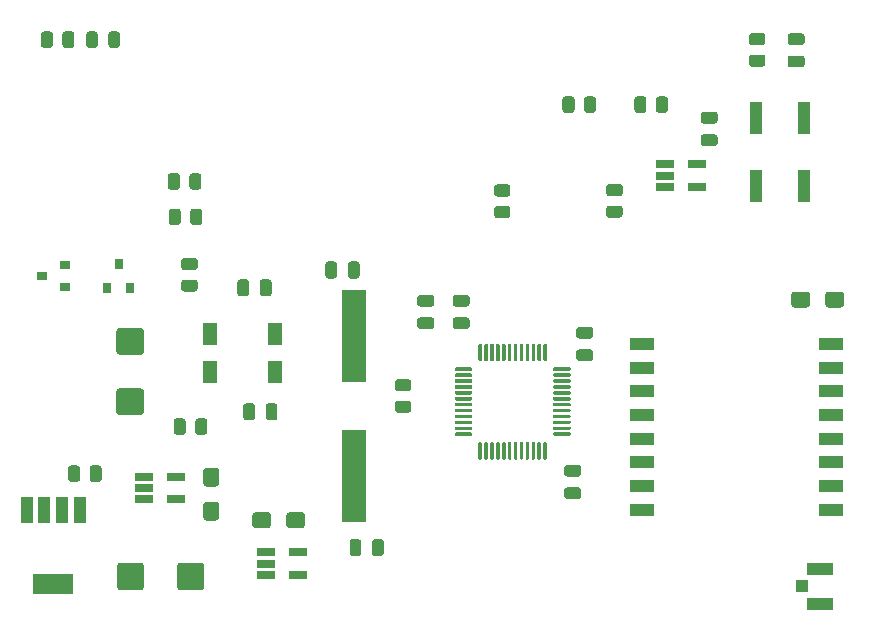
<source format=gbr>
%TF.GenerationSoftware,KiCad,Pcbnew,5.1.12-84ad8e8a86~92~ubuntu20.04.1*%
%TF.CreationDate,2022-08-01T12:29:38-07:00*%
%TF.ProjectId,LoRaXcvr_R2,4c6f5261-5863-4767-925f-52322e6b6963,rev?*%
%TF.SameCoordinates,Original*%
%TF.FileFunction,Paste,Top*%
%TF.FilePolarity,Positive*%
%FSLAX46Y46*%
G04 Gerber Fmt 4.6, Leading zero omitted, Abs format (unit mm)*
G04 Created by KiCad (PCBNEW 5.1.12-84ad8e8a86~92~ubuntu20.04.1) date 2022-08-01 12:29:38*
%MOMM*%
%LPD*%
G01*
G04 APERTURE LIST*
%ADD10R,1.000000X1.000000*%
%ADD11R,2.200000X1.000000*%
%ADD12R,2.000000X7.875000*%
%ADD13R,1.000000X2.200000*%
%ADD14R,3.400000X1.800000*%
%ADD15R,1.000000X2.800000*%
%ADD16R,2.000000X1.000000*%
%ADD17R,1.560000X0.650000*%
%ADD18R,1.300000X1.900000*%
%ADD19R,0.900000X0.800000*%
%ADD20R,0.800000X0.900000*%
G04 APERTURE END LIST*
%TO.C,U4*%
G36*
G01*
X143563000Y-68572000D02*
X143563000Y-68422000D01*
G75*
G02*
X143638000Y-68347000I75000J0D01*
G01*
X144963000Y-68347000D01*
G75*
G02*
X145038000Y-68422000I0J-75000D01*
G01*
X145038000Y-68572000D01*
G75*
G02*
X144963000Y-68647000I-75000J0D01*
G01*
X143638000Y-68647000D01*
G75*
G02*
X143563000Y-68572000I0J75000D01*
G01*
G37*
G36*
G01*
X143563000Y-69072000D02*
X143563000Y-68922000D01*
G75*
G02*
X143638000Y-68847000I75000J0D01*
G01*
X144963000Y-68847000D01*
G75*
G02*
X145038000Y-68922000I0J-75000D01*
G01*
X145038000Y-69072000D01*
G75*
G02*
X144963000Y-69147000I-75000J0D01*
G01*
X143638000Y-69147000D01*
G75*
G02*
X143563000Y-69072000I0J75000D01*
G01*
G37*
G36*
G01*
X143563000Y-69572000D02*
X143563000Y-69422000D01*
G75*
G02*
X143638000Y-69347000I75000J0D01*
G01*
X144963000Y-69347000D01*
G75*
G02*
X145038000Y-69422000I0J-75000D01*
G01*
X145038000Y-69572000D01*
G75*
G02*
X144963000Y-69647000I-75000J0D01*
G01*
X143638000Y-69647000D01*
G75*
G02*
X143563000Y-69572000I0J75000D01*
G01*
G37*
G36*
G01*
X143563000Y-70072000D02*
X143563000Y-69922000D01*
G75*
G02*
X143638000Y-69847000I75000J0D01*
G01*
X144963000Y-69847000D01*
G75*
G02*
X145038000Y-69922000I0J-75000D01*
G01*
X145038000Y-70072000D01*
G75*
G02*
X144963000Y-70147000I-75000J0D01*
G01*
X143638000Y-70147000D01*
G75*
G02*
X143563000Y-70072000I0J75000D01*
G01*
G37*
G36*
G01*
X143563000Y-70572000D02*
X143563000Y-70422000D01*
G75*
G02*
X143638000Y-70347000I75000J0D01*
G01*
X144963000Y-70347000D01*
G75*
G02*
X145038000Y-70422000I0J-75000D01*
G01*
X145038000Y-70572000D01*
G75*
G02*
X144963000Y-70647000I-75000J0D01*
G01*
X143638000Y-70647000D01*
G75*
G02*
X143563000Y-70572000I0J75000D01*
G01*
G37*
G36*
G01*
X143563000Y-71072000D02*
X143563000Y-70922000D01*
G75*
G02*
X143638000Y-70847000I75000J0D01*
G01*
X144963000Y-70847000D01*
G75*
G02*
X145038000Y-70922000I0J-75000D01*
G01*
X145038000Y-71072000D01*
G75*
G02*
X144963000Y-71147000I-75000J0D01*
G01*
X143638000Y-71147000D01*
G75*
G02*
X143563000Y-71072000I0J75000D01*
G01*
G37*
G36*
G01*
X143563000Y-71572000D02*
X143563000Y-71422000D01*
G75*
G02*
X143638000Y-71347000I75000J0D01*
G01*
X144963000Y-71347000D01*
G75*
G02*
X145038000Y-71422000I0J-75000D01*
G01*
X145038000Y-71572000D01*
G75*
G02*
X144963000Y-71647000I-75000J0D01*
G01*
X143638000Y-71647000D01*
G75*
G02*
X143563000Y-71572000I0J75000D01*
G01*
G37*
G36*
G01*
X143563000Y-72072000D02*
X143563000Y-71922000D01*
G75*
G02*
X143638000Y-71847000I75000J0D01*
G01*
X144963000Y-71847000D01*
G75*
G02*
X145038000Y-71922000I0J-75000D01*
G01*
X145038000Y-72072000D01*
G75*
G02*
X144963000Y-72147000I-75000J0D01*
G01*
X143638000Y-72147000D01*
G75*
G02*
X143563000Y-72072000I0J75000D01*
G01*
G37*
G36*
G01*
X143563000Y-72572000D02*
X143563000Y-72422000D01*
G75*
G02*
X143638000Y-72347000I75000J0D01*
G01*
X144963000Y-72347000D01*
G75*
G02*
X145038000Y-72422000I0J-75000D01*
G01*
X145038000Y-72572000D01*
G75*
G02*
X144963000Y-72647000I-75000J0D01*
G01*
X143638000Y-72647000D01*
G75*
G02*
X143563000Y-72572000I0J75000D01*
G01*
G37*
G36*
G01*
X143563000Y-73072000D02*
X143563000Y-72922000D01*
G75*
G02*
X143638000Y-72847000I75000J0D01*
G01*
X144963000Y-72847000D01*
G75*
G02*
X145038000Y-72922000I0J-75000D01*
G01*
X145038000Y-73072000D01*
G75*
G02*
X144963000Y-73147000I-75000J0D01*
G01*
X143638000Y-73147000D01*
G75*
G02*
X143563000Y-73072000I0J75000D01*
G01*
G37*
G36*
G01*
X143563000Y-73572000D02*
X143563000Y-73422000D01*
G75*
G02*
X143638000Y-73347000I75000J0D01*
G01*
X144963000Y-73347000D01*
G75*
G02*
X145038000Y-73422000I0J-75000D01*
G01*
X145038000Y-73572000D01*
G75*
G02*
X144963000Y-73647000I-75000J0D01*
G01*
X143638000Y-73647000D01*
G75*
G02*
X143563000Y-73572000I0J75000D01*
G01*
G37*
G36*
G01*
X143563000Y-74072000D02*
X143563000Y-73922000D01*
G75*
G02*
X143638000Y-73847000I75000J0D01*
G01*
X144963000Y-73847000D01*
G75*
G02*
X145038000Y-73922000I0J-75000D01*
G01*
X145038000Y-74072000D01*
G75*
G02*
X144963000Y-74147000I-75000J0D01*
G01*
X143638000Y-74147000D01*
G75*
G02*
X143563000Y-74072000I0J75000D01*
G01*
G37*
G36*
G01*
X145563000Y-76072000D02*
X145563000Y-74747000D01*
G75*
G02*
X145638000Y-74672000I75000J0D01*
G01*
X145788000Y-74672000D01*
G75*
G02*
X145863000Y-74747000I0J-75000D01*
G01*
X145863000Y-76072000D01*
G75*
G02*
X145788000Y-76147000I-75000J0D01*
G01*
X145638000Y-76147000D01*
G75*
G02*
X145563000Y-76072000I0J75000D01*
G01*
G37*
G36*
G01*
X146063000Y-76072000D02*
X146063000Y-74747000D01*
G75*
G02*
X146138000Y-74672000I75000J0D01*
G01*
X146288000Y-74672000D01*
G75*
G02*
X146363000Y-74747000I0J-75000D01*
G01*
X146363000Y-76072000D01*
G75*
G02*
X146288000Y-76147000I-75000J0D01*
G01*
X146138000Y-76147000D01*
G75*
G02*
X146063000Y-76072000I0J75000D01*
G01*
G37*
G36*
G01*
X146563000Y-76072000D02*
X146563000Y-74747000D01*
G75*
G02*
X146638000Y-74672000I75000J0D01*
G01*
X146788000Y-74672000D01*
G75*
G02*
X146863000Y-74747000I0J-75000D01*
G01*
X146863000Y-76072000D01*
G75*
G02*
X146788000Y-76147000I-75000J0D01*
G01*
X146638000Y-76147000D01*
G75*
G02*
X146563000Y-76072000I0J75000D01*
G01*
G37*
G36*
G01*
X147063000Y-76072000D02*
X147063000Y-74747000D01*
G75*
G02*
X147138000Y-74672000I75000J0D01*
G01*
X147288000Y-74672000D01*
G75*
G02*
X147363000Y-74747000I0J-75000D01*
G01*
X147363000Y-76072000D01*
G75*
G02*
X147288000Y-76147000I-75000J0D01*
G01*
X147138000Y-76147000D01*
G75*
G02*
X147063000Y-76072000I0J75000D01*
G01*
G37*
G36*
G01*
X147563000Y-76072000D02*
X147563000Y-74747000D01*
G75*
G02*
X147638000Y-74672000I75000J0D01*
G01*
X147788000Y-74672000D01*
G75*
G02*
X147863000Y-74747000I0J-75000D01*
G01*
X147863000Y-76072000D01*
G75*
G02*
X147788000Y-76147000I-75000J0D01*
G01*
X147638000Y-76147000D01*
G75*
G02*
X147563000Y-76072000I0J75000D01*
G01*
G37*
G36*
G01*
X148063000Y-76072000D02*
X148063000Y-74747000D01*
G75*
G02*
X148138000Y-74672000I75000J0D01*
G01*
X148288000Y-74672000D01*
G75*
G02*
X148363000Y-74747000I0J-75000D01*
G01*
X148363000Y-76072000D01*
G75*
G02*
X148288000Y-76147000I-75000J0D01*
G01*
X148138000Y-76147000D01*
G75*
G02*
X148063000Y-76072000I0J75000D01*
G01*
G37*
G36*
G01*
X148563000Y-76072000D02*
X148563000Y-74747000D01*
G75*
G02*
X148638000Y-74672000I75000J0D01*
G01*
X148788000Y-74672000D01*
G75*
G02*
X148863000Y-74747000I0J-75000D01*
G01*
X148863000Y-76072000D01*
G75*
G02*
X148788000Y-76147000I-75000J0D01*
G01*
X148638000Y-76147000D01*
G75*
G02*
X148563000Y-76072000I0J75000D01*
G01*
G37*
G36*
G01*
X149063000Y-76072000D02*
X149063000Y-74747000D01*
G75*
G02*
X149138000Y-74672000I75000J0D01*
G01*
X149288000Y-74672000D01*
G75*
G02*
X149363000Y-74747000I0J-75000D01*
G01*
X149363000Y-76072000D01*
G75*
G02*
X149288000Y-76147000I-75000J0D01*
G01*
X149138000Y-76147000D01*
G75*
G02*
X149063000Y-76072000I0J75000D01*
G01*
G37*
G36*
G01*
X149563000Y-76072000D02*
X149563000Y-74747000D01*
G75*
G02*
X149638000Y-74672000I75000J0D01*
G01*
X149788000Y-74672000D01*
G75*
G02*
X149863000Y-74747000I0J-75000D01*
G01*
X149863000Y-76072000D01*
G75*
G02*
X149788000Y-76147000I-75000J0D01*
G01*
X149638000Y-76147000D01*
G75*
G02*
X149563000Y-76072000I0J75000D01*
G01*
G37*
G36*
G01*
X150063000Y-76072000D02*
X150063000Y-74747000D01*
G75*
G02*
X150138000Y-74672000I75000J0D01*
G01*
X150288000Y-74672000D01*
G75*
G02*
X150363000Y-74747000I0J-75000D01*
G01*
X150363000Y-76072000D01*
G75*
G02*
X150288000Y-76147000I-75000J0D01*
G01*
X150138000Y-76147000D01*
G75*
G02*
X150063000Y-76072000I0J75000D01*
G01*
G37*
G36*
G01*
X150563000Y-76072000D02*
X150563000Y-74747000D01*
G75*
G02*
X150638000Y-74672000I75000J0D01*
G01*
X150788000Y-74672000D01*
G75*
G02*
X150863000Y-74747000I0J-75000D01*
G01*
X150863000Y-76072000D01*
G75*
G02*
X150788000Y-76147000I-75000J0D01*
G01*
X150638000Y-76147000D01*
G75*
G02*
X150563000Y-76072000I0J75000D01*
G01*
G37*
G36*
G01*
X151063000Y-76072000D02*
X151063000Y-74747000D01*
G75*
G02*
X151138000Y-74672000I75000J0D01*
G01*
X151288000Y-74672000D01*
G75*
G02*
X151363000Y-74747000I0J-75000D01*
G01*
X151363000Y-76072000D01*
G75*
G02*
X151288000Y-76147000I-75000J0D01*
G01*
X151138000Y-76147000D01*
G75*
G02*
X151063000Y-76072000I0J75000D01*
G01*
G37*
G36*
G01*
X151888000Y-74072000D02*
X151888000Y-73922000D01*
G75*
G02*
X151963000Y-73847000I75000J0D01*
G01*
X153288000Y-73847000D01*
G75*
G02*
X153363000Y-73922000I0J-75000D01*
G01*
X153363000Y-74072000D01*
G75*
G02*
X153288000Y-74147000I-75000J0D01*
G01*
X151963000Y-74147000D01*
G75*
G02*
X151888000Y-74072000I0J75000D01*
G01*
G37*
G36*
G01*
X151888000Y-73572000D02*
X151888000Y-73422000D01*
G75*
G02*
X151963000Y-73347000I75000J0D01*
G01*
X153288000Y-73347000D01*
G75*
G02*
X153363000Y-73422000I0J-75000D01*
G01*
X153363000Y-73572000D01*
G75*
G02*
X153288000Y-73647000I-75000J0D01*
G01*
X151963000Y-73647000D01*
G75*
G02*
X151888000Y-73572000I0J75000D01*
G01*
G37*
G36*
G01*
X151888000Y-73072000D02*
X151888000Y-72922000D01*
G75*
G02*
X151963000Y-72847000I75000J0D01*
G01*
X153288000Y-72847000D01*
G75*
G02*
X153363000Y-72922000I0J-75000D01*
G01*
X153363000Y-73072000D01*
G75*
G02*
X153288000Y-73147000I-75000J0D01*
G01*
X151963000Y-73147000D01*
G75*
G02*
X151888000Y-73072000I0J75000D01*
G01*
G37*
G36*
G01*
X151888000Y-72572000D02*
X151888000Y-72422000D01*
G75*
G02*
X151963000Y-72347000I75000J0D01*
G01*
X153288000Y-72347000D01*
G75*
G02*
X153363000Y-72422000I0J-75000D01*
G01*
X153363000Y-72572000D01*
G75*
G02*
X153288000Y-72647000I-75000J0D01*
G01*
X151963000Y-72647000D01*
G75*
G02*
X151888000Y-72572000I0J75000D01*
G01*
G37*
G36*
G01*
X151888000Y-72072000D02*
X151888000Y-71922000D01*
G75*
G02*
X151963000Y-71847000I75000J0D01*
G01*
X153288000Y-71847000D01*
G75*
G02*
X153363000Y-71922000I0J-75000D01*
G01*
X153363000Y-72072000D01*
G75*
G02*
X153288000Y-72147000I-75000J0D01*
G01*
X151963000Y-72147000D01*
G75*
G02*
X151888000Y-72072000I0J75000D01*
G01*
G37*
G36*
G01*
X151888000Y-71572000D02*
X151888000Y-71422000D01*
G75*
G02*
X151963000Y-71347000I75000J0D01*
G01*
X153288000Y-71347000D01*
G75*
G02*
X153363000Y-71422000I0J-75000D01*
G01*
X153363000Y-71572000D01*
G75*
G02*
X153288000Y-71647000I-75000J0D01*
G01*
X151963000Y-71647000D01*
G75*
G02*
X151888000Y-71572000I0J75000D01*
G01*
G37*
G36*
G01*
X151888000Y-71072000D02*
X151888000Y-70922000D01*
G75*
G02*
X151963000Y-70847000I75000J0D01*
G01*
X153288000Y-70847000D01*
G75*
G02*
X153363000Y-70922000I0J-75000D01*
G01*
X153363000Y-71072000D01*
G75*
G02*
X153288000Y-71147000I-75000J0D01*
G01*
X151963000Y-71147000D01*
G75*
G02*
X151888000Y-71072000I0J75000D01*
G01*
G37*
G36*
G01*
X151888000Y-70572000D02*
X151888000Y-70422000D01*
G75*
G02*
X151963000Y-70347000I75000J0D01*
G01*
X153288000Y-70347000D01*
G75*
G02*
X153363000Y-70422000I0J-75000D01*
G01*
X153363000Y-70572000D01*
G75*
G02*
X153288000Y-70647000I-75000J0D01*
G01*
X151963000Y-70647000D01*
G75*
G02*
X151888000Y-70572000I0J75000D01*
G01*
G37*
G36*
G01*
X151888000Y-70072000D02*
X151888000Y-69922000D01*
G75*
G02*
X151963000Y-69847000I75000J0D01*
G01*
X153288000Y-69847000D01*
G75*
G02*
X153363000Y-69922000I0J-75000D01*
G01*
X153363000Y-70072000D01*
G75*
G02*
X153288000Y-70147000I-75000J0D01*
G01*
X151963000Y-70147000D01*
G75*
G02*
X151888000Y-70072000I0J75000D01*
G01*
G37*
G36*
G01*
X151888000Y-69572000D02*
X151888000Y-69422000D01*
G75*
G02*
X151963000Y-69347000I75000J0D01*
G01*
X153288000Y-69347000D01*
G75*
G02*
X153363000Y-69422000I0J-75000D01*
G01*
X153363000Y-69572000D01*
G75*
G02*
X153288000Y-69647000I-75000J0D01*
G01*
X151963000Y-69647000D01*
G75*
G02*
X151888000Y-69572000I0J75000D01*
G01*
G37*
G36*
G01*
X151888000Y-69072000D02*
X151888000Y-68922000D01*
G75*
G02*
X151963000Y-68847000I75000J0D01*
G01*
X153288000Y-68847000D01*
G75*
G02*
X153363000Y-68922000I0J-75000D01*
G01*
X153363000Y-69072000D01*
G75*
G02*
X153288000Y-69147000I-75000J0D01*
G01*
X151963000Y-69147000D01*
G75*
G02*
X151888000Y-69072000I0J75000D01*
G01*
G37*
G36*
G01*
X151888000Y-68572000D02*
X151888000Y-68422000D01*
G75*
G02*
X151963000Y-68347000I75000J0D01*
G01*
X153288000Y-68347000D01*
G75*
G02*
X153363000Y-68422000I0J-75000D01*
G01*
X153363000Y-68572000D01*
G75*
G02*
X153288000Y-68647000I-75000J0D01*
G01*
X151963000Y-68647000D01*
G75*
G02*
X151888000Y-68572000I0J75000D01*
G01*
G37*
G36*
G01*
X151063000Y-67747000D02*
X151063000Y-66422000D01*
G75*
G02*
X151138000Y-66347000I75000J0D01*
G01*
X151288000Y-66347000D01*
G75*
G02*
X151363000Y-66422000I0J-75000D01*
G01*
X151363000Y-67747000D01*
G75*
G02*
X151288000Y-67822000I-75000J0D01*
G01*
X151138000Y-67822000D01*
G75*
G02*
X151063000Y-67747000I0J75000D01*
G01*
G37*
G36*
G01*
X150563000Y-67747000D02*
X150563000Y-66422000D01*
G75*
G02*
X150638000Y-66347000I75000J0D01*
G01*
X150788000Y-66347000D01*
G75*
G02*
X150863000Y-66422000I0J-75000D01*
G01*
X150863000Y-67747000D01*
G75*
G02*
X150788000Y-67822000I-75000J0D01*
G01*
X150638000Y-67822000D01*
G75*
G02*
X150563000Y-67747000I0J75000D01*
G01*
G37*
G36*
G01*
X150063000Y-67747000D02*
X150063000Y-66422000D01*
G75*
G02*
X150138000Y-66347000I75000J0D01*
G01*
X150288000Y-66347000D01*
G75*
G02*
X150363000Y-66422000I0J-75000D01*
G01*
X150363000Y-67747000D01*
G75*
G02*
X150288000Y-67822000I-75000J0D01*
G01*
X150138000Y-67822000D01*
G75*
G02*
X150063000Y-67747000I0J75000D01*
G01*
G37*
G36*
G01*
X149563000Y-67747000D02*
X149563000Y-66422000D01*
G75*
G02*
X149638000Y-66347000I75000J0D01*
G01*
X149788000Y-66347000D01*
G75*
G02*
X149863000Y-66422000I0J-75000D01*
G01*
X149863000Y-67747000D01*
G75*
G02*
X149788000Y-67822000I-75000J0D01*
G01*
X149638000Y-67822000D01*
G75*
G02*
X149563000Y-67747000I0J75000D01*
G01*
G37*
G36*
G01*
X149063000Y-67747000D02*
X149063000Y-66422000D01*
G75*
G02*
X149138000Y-66347000I75000J0D01*
G01*
X149288000Y-66347000D01*
G75*
G02*
X149363000Y-66422000I0J-75000D01*
G01*
X149363000Y-67747000D01*
G75*
G02*
X149288000Y-67822000I-75000J0D01*
G01*
X149138000Y-67822000D01*
G75*
G02*
X149063000Y-67747000I0J75000D01*
G01*
G37*
G36*
G01*
X148563000Y-67747000D02*
X148563000Y-66422000D01*
G75*
G02*
X148638000Y-66347000I75000J0D01*
G01*
X148788000Y-66347000D01*
G75*
G02*
X148863000Y-66422000I0J-75000D01*
G01*
X148863000Y-67747000D01*
G75*
G02*
X148788000Y-67822000I-75000J0D01*
G01*
X148638000Y-67822000D01*
G75*
G02*
X148563000Y-67747000I0J75000D01*
G01*
G37*
G36*
G01*
X148063000Y-67747000D02*
X148063000Y-66422000D01*
G75*
G02*
X148138000Y-66347000I75000J0D01*
G01*
X148288000Y-66347000D01*
G75*
G02*
X148363000Y-66422000I0J-75000D01*
G01*
X148363000Y-67747000D01*
G75*
G02*
X148288000Y-67822000I-75000J0D01*
G01*
X148138000Y-67822000D01*
G75*
G02*
X148063000Y-67747000I0J75000D01*
G01*
G37*
G36*
G01*
X147563000Y-67747000D02*
X147563000Y-66422000D01*
G75*
G02*
X147638000Y-66347000I75000J0D01*
G01*
X147788000Y-66347000D01*
G75*
G02*
X147863000Y-66422000I0J-75000D01*
G01*
X147863000Y-67747000D01*
G75*
G02*
X147788000Y-67822000I-75000J0D01*
G01*
X147638000Y-67822000D01*
G75*
G02*
X147563000Y-67747000I0J75000D01*
G01*
G37*
G36*
G01*
X147063000Y-67747000D02*
X147063000Y-66422000D01*
G75*
G02*
X147138000Y-66347000I75000J0D01*
G01*
X147288000Y-66347000D01*
G75*
G02*
X147363000Y-66422000I0J-75000D01*
G01*
X147363000Y-67747000D01*
G75*
G02*
X147288000Y-67822000I-75000J0D01*
G01*
X147138000Y-67822000D01*
G75*
G02*
X147063000Y-67747000I0J75000D01*
G01*
G37*
G36*
G01*
X146563000Y-67747000D02*
X146563000Y-66422000D01*
G75*
G02*
X146638000Y-66347000I75000J0D01*
G01*
X146788000Y-66347000D01*
G75*
G02*
X146863000Y-66422000I0J-75000D01*
G01*
X146863000Y-67747000D01*
G75*
G02*
X146788000Y-67822000I-75000J0D01*
G01*
X146638000Y-67822000D01*
G75*
G02*
X146563000Y-67747000I0J75000D01*
G01*
G37*
G36*
G01*
X146063000Y-67747000D02*
X146063000Y-66422000D01*
G75*
G02*
X146138000Y-66347000I75000J0D01*
G01*
X146288000Y-66347000D01*
G75*
G02*
X146363000Y-66422000I0J-75000D01*
G01*
X146363000Y-67747000D01*
G75*
G02*
X146288000Y-67822000I-75000J0D01*
G01*
X146138000Y-67822000D01*
G75*
G02*
X146063000Y-67747000I0J75000D01*
G01*
G37*
G36*
G01*
X145563000Y-67747000D02*
X145563000Y-66422000D01*
G75*
G02*
X145638000Y-66347000I75000J0D01*
G01*
X145788000Y-66347000D01*
G75*
G02*
X145863000Y-66422000I0J-75000D01*
G01*
X145863000Y-67747000D01*
G75*
G02*
X145788000Y-67822000I-75000J0D01*
G01*
X145638000Y-67822000D01*
G75*
G02*
X145563000Y-67747000I0J75000D01*
G01*
G37*
%TD*%
D10*
%TO.C,AE1*%
X172998000Y-86892000D03*
D11*
X174498000Y-85392000D03*
X174498000Y-88392000D03*
%TD*%
%TO.C,C1*%
G36*
G01*
X115152999Y-65022000D02*
X117003001Y-65022000D01*
G75*
G02*
X117253000Y-65271999I0J-249999D01*
G01*
X117253000Y-67022001D01*
G75*
G02*
X117003001Y-67272000I-249999J0D01*
G01*
X115152999Y-67272000D01*
G75*
G02*
X114903000Y-67022001I0J249999D01*
G01*
X114903000Y-65271999D01*
G75*
G02*
X115152999Y-65022000I249999J0D01*
G01*
G37*
G36*
G01*
X115152999Y-70122000D02*
X117003001Y-70122000D01*
G75*
G02*
X117253000Y-70371999I0J-249999D01*
G01*
X117253000Y-72122001D01*
G75*
G02*
X117003001Y-72372000I-249999J0D01*
G01*
X115152999Y-72372000D01*
G75*
G02*
X114903000Y-72122001I0J249999D01*
G01*
X114903000Y-70371999D01*
G75*
G02*
X115152999Y-70122000I249999J0D01*
G01*
G37*
%TD*%
%TO.C,C6*%
G36*
G01*
X120078400Y-86972581D02*
X120078400Y-85122579D01*
G75*
G02*
X120328399Y-84872580I249999J0D01*
G01*
X122078401Y-84872580D01*
G75*
G02*
X122328400Y-85122579I0J-249999D01*
G01*
X122328400Y-86972581D01*
G75*
G02*
X122078401Y-87222580I-249999J0D01*
G01*
X120328399Y-87222580D01*
G75*
G02*
X120078400Y-86972581I0J249999D01*
G01*
G37*
G36*
G01*
X114978400Y-86972581D02*
X114978400Y-85122579D01*
G75*
G02*
X115228399Y-84872580I249999J0D01*
G01*
X116978401Y-84872580D01*
G75*
G02*
X117228400Y-85122579I0J-249999D01*
G01*
X117228400Y-86972581D01*
G75*
G02*
X116978401Y-87222580I-249999J0D01*
G01*
X115228399Y-87222580D01*
G75*
G02*
X114978400Y-86972581I0J249999D01*
G01*
G37*
%TD*%
%TO.C,C9*%
G36*
G01*
X130876000Y-80854999D02*
X130876000Y-81705001D01*
G75*
G02*
X130626001Y-81955000I-249999J0D01*
G01*
X129550999Y-81955000D01*
G75*
G02*
X129301000Y-81705001I0J249999D01*
G01*
X129301000Y-80854999D01*
G75*
G02*
X129550999Y-80605000I249999J0D01*
G01*
X130626001Y-80605000D01*
G75*
G02*
X130876000Y-80854999I0J-249999D01*
G01*
G37*
G36*
G01*
X128001000Y-80854999D02*
X128001000Y-81705001D01*
G75*
G02*
X127751001Y-81955000I-249999J0D01*
G01*
X126675999Y-81955000D01*
G75*
G02*
X126426000Y-81705001I0J249999D01*
G01*
X126426000Y-80854999D01*
G75*
G02*
X126675999Y-80605000I249999J0D01*
G01*
X127751001Y-80605000D01*
G75*
G02*
X128001000Y-80854999I0J-249999D01*
G01*
G37*
%TD*%
D12*
%TO.C,Y1*%
X135001000Y-65690500D03*
X135001000Y-77565500D03*
%TD*%
%TO.C,C8*%
G36*
G01*
X122510999Y-76855500D02*
X123361001Y-76855500D01*
G75*
G02*
X123611000Y-77105499I0J-249999D01*
G01*
X123611000Y-78180501D01*
G75*
G02*
X123361001Y-78430500I-249999J0D01*
G01*
X122510999Y-78430500D01*
G75*
G02*
X122261000Y-78180501I0J249999D01*
G01*
X122261000Y-77105499D01*
G75*
G02*
X122510999Y-76855500I249999J0D01*
G01*
G37*
G36*
G01*
X122510999Y-79730500D02*
X123361001Y-79730500D01*
G75*
G02*
X123611000Y-79980499I0J-249999D01*
G01*
X123611000Y-81055501D01*
G75*
G02*
X123361001Y-81305500I-249999J0D01*
G01*
X122510999Y-81305500D01*
G75*
G02*
X122261000Y-81055501I0J249999D01*
G01*
X122261000Y-79980499D01*
G75*
G02*
X122510999Y-79730500I249999J0D01*
G01*
G37*
%TD*%
D13*
%TO.C,U1*%
X107310360Y-80409320D03*
X110310360Y-80409320D03*
D14*
X109560360Y-86709320D03*
D13*
X108810360Y-80409320D03*
X111810360Y-80409320D03*
%TD*%
D15*
%TO.C,SW1*%
X173100000Y-47200000D03*
X173100000Y-53000000D03*
X169100000Y-47200000D03*
X169100000Y-53000000D03*
%TD*%
%TO.C,R9*%
G36*
G01*
X111362500Y-40149998D02*
X111362500Y-41050002D01*
G75*
G02*
X111112502Y-41300000I-249998J0D01*
G01*
X110587498Y-41300000D01*
G75*
G02*
X110337500Y-41050002I0J249998D01*
G01*
X110337500Y-40149998D01*
G75*
G02*
X110587498Y-39900000I249998J0D01*
G01*
X111112502Y-39900000D01*
G75*
G02*
X111362500Y-40149998I0J-249998D01*
G01*
G37*
G36*
G01*
X109537500Y-40149998D02*
X109537500Y-41050002D01*
G75*
G02*
X109287502Y-41300000I-249998J0D01*
G01*
X108762498Y-41300000D01*
G75*
G02*
X108512500Y-41050002I0J249998D01*
G01*
X108512500Y-40149998D01*
G75*
G02*
X108762498Y-39900000I249998J0D01*
G01*
X109287502Y-39900000D01*
G75*
G02*
X109537500Y-40149998I0J-249998D01*
G01*
G37*
%TD*%
%TO.C,R1*%
G36*
G01*
X148029082Y-55703700D02*
X147129078Y-55703700D01*
G75*
G02*
X146879080Y-55453702I0J249998D01*
G01*
X146879080Y-54928698D01*
G75*
G02*
X147129078Y-54678700I249998J0D01*
G01*
X148029082Y-54678700D01*
G75*
G02*
X148279080Y-54928698I0J-249998D01*
G01*
X148279080Y-55453702D01*
G75*
G02*
X148029082Y-55703700I-249998J0D01*
G01*
G37*
G36*
G01*
X148029082Y-53878700D02*
X147129078Y-53878700D01*
G75*
G02*
X146879080Y-53628702I0J249998D01*
G01*
X146879080Y-53103698D01*
G75*
G02*
X147129078Y-52853700I249998J0D01*
G01*
X148029082Y-52853700D01*
G75*
G02*
X148279080Y-53103698I0J-249998D01*
G01*
X148279080Y-53628702D01*
G75*
G02*
X148029082Y-53878700I-249998J0D01*
G01*
G37*
%TD*%
%TO.C,R5*%
G36*
G01*
X156633758Y-52824320D02*
X157533762Y-52824320D01*
G75*
G02*
X157783760Y-53074318I0J-249998D01*
G01*
X157783760Y-53599322D01*
G75*
G02*
X157533762Y-53849320I-249998J0D01*
G01*
X156633758Y-53849320D01*
G75*
G02*
X156383760Y-53599322I0J249998D01*
G01*
X156383760Y-53074318D01*
G75*
G02*
X156633758Y-52824320I249998J0D01*
G01*
G37*
G36*
G01*
X156633758Y-54649320D02*
X157533762Y-54649320D01*
G75*
G02*
X157783760Y-54899318I0J-249998D01*
G01*
X157783760Y-55424322D01*
G75*
G02*
X157533762Y-55674320I-249998J0D01*
G01*
X156633758Y-55674320D01*
G75*
G02*
X156383760Y-55424322I0J249998D01*
G01*
X156383760Y-54899318D01*
G75*
G02*
X156633758Y-54649320I249998J0D01*
G01*
G37*
%TD*%
%TO.C,R7*%
G36*
G01*
X169613002Y-41058500D02*
X168712998Y-41058500D01*
G75*
G02*
X168463000Y-40808502I0J249998D01*
G01*
X168463000Y-40283498D01*
G75*
G02*
X168712998Y-40033500I249998J0D01*
G01*
X169613002Y-40033500D01*
G75*
G02*
X169863000Y-40283498I0J-249998D01*
G01*
X169863000Y-40808502D01*
G75*
G02*
X169613002Y-41058500I-249998J0D01*
G01*
G37*
G36*
G01*
X169613002Y-42883500D02*
X168712998Y-42883500D01*
G75*
G02*
X168463000Y-42633502I0J249998D01*
G01*
X168463000Y-42108498D01*
G75*
G02*
X168712998Y-41858500I249998J0D01*
G01*
X169613002Y-41858500D01*
G75*
G02*
X169863000Y-42108498I0J-249998D01*
G01*
X169863000Y-42633502D01*
G75*
G02*
X169613002Y-42883500I-249998J0D01*
G01*
G37*
%TD*%
%TO.C,C2*%
G36*
G01*
X134500000Y-60575000D02*
X134500000Y-59625000D01*
G75*
G02*
X134750000Y-59375000I250000J0D01*
G01*
X135250000Y-59375000D01*
G75*
G02*
X135500000Y-59625000I0J-250000D01*
G01*
X135500000Y-60575000D01*
G75*
G02*
X135250000Y-60825000I-250000J0D01*
G01*
X134750000Y-60825000D01*
G75*
G02*
X134500000Y-60575000I0J250000D01*
G01*
G37*
G36*
G01*
X132600000Y-60575000D02*
X132600000Y-59625000D01*
G75*
G02*
X132850000Y-59375000I250000J0D01*
G01*
X133350000Y-59375000D01*
G75*
G02*
X133600000Y-59625000I0J-250000D01*
G01*
X133600000Y-60575000D01*
G75*
G02*
X133350000Y-60825000I-250000J0D01*
G01*
X132850000Y-60825000D01*
G75*
G02*
X132600000Y-60575000I0J250000D01*
G01*
G37*
%TD*%
%TO.C,C3*%
G36*
G01*
X137550000Y-83125000D02*
X137550000Y-84075000D01*
G75*
G02*
X137300000Y-84325000I-250000J0D01*
G01*
X136800000Y-84325000D01*
G75*
G02*
X136550000Y-84075000I0J250000D01*
G01*
X136550000Y-83125000D01*
G75*
G02*
X136800000Y-82875000I250000J0D01*
G01*
X137300000Y-82875000D01*
G75*
G02*
X137550000Y-83125000I0J-250000D01*
G01*
G37*
G36*
G01*
X135650000Y-83125000D02*
X135650000Y-84075000D01*
G75*
G02*
X135400000Y-84325000I-250000J0D01*
G01*
X134900000Y-84325000D01*
G75*
G02*
X134650000Y-84075000I0J250000D01*
G01*
X134650000Y-83125000D01*
G75*
G02*
X134900000Y-82875000I250000J0D01*
G01*
X135400000Y-82875000D01*
G75*
G02*
X135650000Y-83125000I0J-250000D01*
G01*
G37*
%TD*%
%TO.C,C4*%
G36*
G01*
X125150000Y-62075000D02*
X125150000Y-61125000D01*
G75*
G02*
X125400000Y-60875000I250000J0D01*
G01*
X125900000Y-60875000D01*
G75*
G02*
X126150000Y-61125000I0J-250000D01*
G01*
X126150000Y-62075000D01*
G75*
G02*
X125900000Y-62325000I-250000J0D01*
G01*
X125400000Y-62325000D01*
G75*
G02*
X125150000Y-62075000I0J250000D01*
G01*
G37*
G36*
G01*
X127050000Y-62075000D02*
X127050000Y-61125000D01*
G75*
G02*
X127300000Y-60875000I250000J0D01*
G01*
X127800000Y-60875000D01*
G75*
G02*
X128050000Y-61125000I0J-250000D01*
G01*
X128050000Y-62075000D01*
G75*
G02*
X127800000Y-62325000I-250000J0D01*
G01*
X127300000Y-62325000D01*
G75*
G02*
X127050000Y-62075000I0J250000D01*
G01*
G37*
%TD*%
%TO.C,C5*%
G36*
G01*
X127550000Y-72575000D02*
X127550000Y-71625000D01*
G75*
G02*
X127800000Y-71375000I250000J0D01*
G01*
X128300000Y-71375000D01*
G75*
G02*
X128550000Y-71625000I0J-250000D01*
G01*
X128550000Y-72575000D01*
G75*
G02*
X128300000Y-72825000I-250000J0D01*
G01*
X127800000Y-72825000D01*
G75*
G02*
X127550000Y-72575000I0J250000D01*
G01*
G37*
G36*
G01*
X125650000Y-72575000D02*
X125650000Y-71625000D01*
G75*
G02*
X125900000Y-71375000I250000J0D01*
G01*
X126400000Y-71375000D01*
G75*
G02*
X126650000Y-71625000I0J-250000D01*
G01*
X126650000Y-72575000D01*
G75*
G02*
X126400000Y-72825000I-250000J0D01*
G01*
X125900000Y-72825000D01*
G75*
G02*
X125650000Y-72575000I0J250000D01*
G01*
G37*
%TD*%
%TO.C,C7*%
G36*
G01*
X171990000Y-41946000D02*
X172940000Y-41946000D01*
G75*
G02*
X173190000Y-42196000I0J-250000D01*
G01*
X173190000Y-42696000D01*
G75*
G02*
X172940000Y-42946000I-250000J0D01*
G01*
X171990000Y-42946000D01*
G75*
G02*
X171740000Y-42696000I0J250000D01*
G01*
X171740000Y-42196000D01*
G75*
G02*
X171990000Y-41946000I250000J0D01*
G01*
G37*
G36*
G01*
X171990000Y-40046000D02*
X172940000Y-40046000D01*
G75*
G02*
X173190000Y-40296000I0J-250000D01*
G01*
X173190000Y-40796000D01*
G75*
G02*
X172940000Y-41046000I-250000J0D01*
G01*
X171990000Y-41046000D01*
G75*
G02*
X171740000Y-40796000I0J250000D01*
G01*
X171740000Y-40296000D01*
G75*
G02*
X171990000Y-40046000I250000J0D01*
G01*
G37*
%TD*%
%TO.C,C10*%
G36*
G01*
X155034000Y-65910000D02*
X154084000Y-65910000D01*
G75*
G02*
X153834000Y-65660000I0J250000D01*
G01*
X153834000Y-65160000D01*
G75*
G02*
X154084000Y-64910000I250000J0D01*
G01*
X155034000Y-64910000D01*
G75*
G02*
X155284000Y-65160000I0J-250000D01*
G01*
X155284000Y-65660000D01*
G75*
G02*
X155034000Y-65910000I-250000J0D01*
G01*
G37*
G36*
G01*
X155034000Y-67810000D02*
X154084000Y-67810000D01*
G75*
G02*
X153834000Y-67560000I0J250000D01*
G01*
X153834000Y-67060000D01*
G75*
G02*
X154084000Y-66810000I250000J0D01*
G01*
X155034000Y-66810000D01*
G75*
G02*
X155284000Y-67060000I0J-250000D01*
G01*
X155284000Y-67560000D01*
G75*
G02*
X155034000Y-67810000I-250000J0D01*
G01*
G37*
%TD*%
%TO.C,C11*%
G36*
G01*
X153068000Y-76594000D02*
X154018000Y-76594000D01*
G75*
G02*
X154268000Y-76844000I0J-250000D01*
G01*
X154268000Y-77344000D01*
G75*
G02*
X154018000Y-77594000I-250000J0D01*
G01*
X153068000Y-77594000D01*
G75*
G02*
X152818000Y-77344000I0J250000D01*
G01*
X152818000Y-76844000D01*
G75*
G02*
X153068000Y-76594000I250000J0D01*
G01*
G37*
G36*
G01*
X153068000Y-78494000D02*
X154018000Y-78494000D01*
G75*
G02*
X154268000Y-78744000I0J-250000D01*
G01*
X154268000Y-79244000D01*
G75*
G02*
X154018000Y-79494000I-250000J0D01*
G01*
X153068000Y-79494000D01*
G75*
G02*
X152818000Y-79244000I0J250000D01*
G01*
X152818000Y-78744000D01*
G75*
G02*
X153068000Y-78494000I250000J0D01*
G01*
G37*
%TD*%
%TO.C,C13*%
G36*
G01*
X141575000Y-65100000D02*
X140625000Y-65100000D01*
G75*
G02*
X140375000Y-64850000I0J250000D01*
G01*
X140375000Y-64350000D01*
G75*
G02*
X140625000Y-64100000I250000J0D01*
G01*
X141575000Y-64100000D01*
G75*
G02*
X141825000Y-64350000I0J-250000D01*
G01*
X141825000Y-64850000D01*
G75*
G02*
X141575000Y-65100000I-250000J0D01*
G01*
G37*
G36*
G01*
X141575000Y-63200000D02*
X140625000Y-63200000D01*
G75*
G02*
X140375000Y-62950000I0J250000D01*
G01*
X140375000Y-62450000D01*
G75*
G02*
X140625000Y-62200000I250000J0D01*
G01*
X141575000Y-62200000D01*
G75*
G02*
X141825000Y-62450000I0J-250000D01*
G01*
X141825000Y-62950000D01*
G75*
G02*
X141575000Y-63200000I-250000J0D01*
G01*
G37*
%TD*%
%TO.C,C12*%
G36*
G01*
X144575000Y-65100000D02*
X143625000Y-65100000D01*
G75*
G02*
X143375000Y-64850000I0J250000D01*
G01*
X143375000Y-64350000D01*
G75*
G02*
X143625000Y-64100000I250000J0D01*
G01*
X144575000Y-64100000D01*
G75*
G02*
X144825000Y-64350000I0J-250000D01*
G01*
X144825000Y-64850000D01*
G75*
G02*
X144575000Y-65100000I-250000J0D01*
G01*
G37*
G36*
G01*
X144575000Y-63200000D02*
X143625000Y-63200000D01*
G75*
G02*
X143375000Y-62950000I0J250000D01*
G01*
X143375000Y-62450000D01*
G75*
G02*
X143625000Y-62200000I250000J0D01*
G01*
X144575000Y-62200000D01*
G75*
G02*
X144825000Y-62450000I0J-250000D01*
G01*
X144825000Y-62950000D01*
G75*
G02*
X144575000Y-63200000I-250000J0D01*
G01*
G37*
%TD*%
%TO.C,D1*%
G36*
G01*
X115212500Y-40143750D02*
X115212500Y-41056250D01*
G75*
G02*
X114968750Y-41300000I-243750J0D01*
G01*
X114481250Y-41300000D01*
G75*
G02*
X114237500Y-41056250I0J243750D01*
G01*
X114237500Y-40143750D01*
G75*
G02*
X114481250Y-39900000I243750J0D01*
G01*
X114968750Y-39900000D01*
G75*
G02*
X115212500Y-40143750I0J-243750D01*
G01*
G37*
G36*
G01*
X113337500Y-40143750D02*
X113337500Y-41056250D01*
G75*
G02*
X113093750Y-41300000I-243750J0D01*
G01*
X112606250Y-41300000D01*
G75*
G02*
X112362500Y-41056250I0J243750D01*
G01*
X112362500Y-40143750D01*
G75*
G02*
X112606250Y-39900000I243750J0D01*
G01*
X113093750Y-39900000D01*
G75*
G02*
X113337500Y-40143750I0J-243750D01*
G01*
G37*
%TD*%
%TO.C,R8*%
G36*
G01*
X138741998Y-69337500D02*
X139642002Y-69337500D01*
G75*
G02*
X139892000Y-69587498I0J-249998D01*
G01*
X139892000Y-70112502D01*
G75*
G02*
X139642002Y-70362500I-249998J0D01*
G01*
X138741998Y-70362500D01*
G75*
G02*
X138492000Y-70112502I0J249998D01*
G01*
X138492000Y-69587498D01*
G75*
G02*
X138741998Y-69337500I249998J0D01*
G01*
G37*
G36*
G01*
X138741998Y-71162500D02*
X139642002Y-71162500D01*
G75*
G02*
X139892000Y-71412498I0J-249998D01*
G01*
X139892000Y-71937502D01*
G75*
G02*
X139642002Y-72187500I-249998J0D01*
G01*
X138741998Y-72187500D01*
G75*
G02*
X138492000Y-71937502I0J249998D01*
G01*
X138492000Y-71412498D01*
G75*
G02*
X138741998Y-71162500I249998J0D01*
G01*
G37*
%TD*%
%TO.C,R2*%
G36*
G01*
X119262500Y-53050002D02*
X119262500Y-52149998D01*
G75*
G02*
X119512498Y-51900000I249998J0D01*
G01*
X120037502Y-51900000D01*
G75*
G02*
X120287500Y-52149998I0J-249998D01*
G01*
X120287500Y-53050002D01*
G75*
G02*
X120037502Y-53300000I-249998J0D01*
G01*
X119512498Y-53300000D01*
G75*
G02*
X119262500Y-53050002I0J249998D01*
G01*
G37*
G36*
G01*
X121087500Y-53050002D02*
X121087500Y-52149998D01*
G75*
G02*
X121337498Y-51900000I249998J0D01*
G01*
X121862502Y-51900000D01*
G75*
G02*
X122112500Y-52149998I0J-249998D01*
G01*
X122112500Y-53050002D01*
G75*
G02*
X121862502Y-53300000I-249998J0D01*
G01*
X121337498Y-53300000D01*
G75*
G02*
X121087500Y-53050002I0J249998D01*
G01*
G37*
%TD*%
%TO.C,R3*%
G36*
G01*
X121162500Y-56050002D02*
X121162500Y-55149998D01*
G75*
G02*
X121412498Y-54900000I249998J0D01*
G01*
X121937502Y-54900000D01*
G75*
G02*
X122187500Y-55149998I0J-249998D01*
G01*
X122187500Y-56050002D01*
G75*
G02*
X121937502Y-56300000I-249998J0D01*
G01*
X121412498Y-56300000D01*
G75*
G02*
X121162500Y-56050002I0J249998D01*
G01*
G37*
G36*
G01*
X119337500Y-56050002D02*
X119337500Y-55149998D01*
G75*
G02*
X119587498Y-54900000I249998J0D01*
G01*
X120112502Y-54900000D01*
G75*
G02*
X120362500Y-55149998I0J-249998D01*
G01*
X120362500Y-56050002D01*
G75*
G02*
X120112502Y-56300000I-249998J0D01*
G01*
X119587498Y-56300000D01*
G75*
G02*
X119337500Y-56050002I0J249998D01*
G01*
G37*
%TD*%
%TO.C,R4*%
G36*
G01*
X119762500Y-73800002D02*
X119762500Y-72899998D01*
G75*
G02*
X120012498Y-72650000I249998J0D01*
G01*
X120537502Y-72650000D01*
G75*
G02*
X120787500Y-72899998I0J-249998D01*
G01*
X120787500Y-73800002D01*
G75*
G02*
X120537502Y-74050000I-249998J0D01*
G01*
X120012498Y-74050000D01*
G75*
G02*
X119762500Y-73800002I0J249998D01*
G01*
G37*
G36*
G01*
X121587500Y-73800002D02*
X121587500Y-72899998D01*
G75*
G02*
X121837498Y-72650000I249998J0D01*
G01*
X122362502Y-72650000D01*
G75*
G02*
X122612500Y-72899998I0J-249998D01*
G01*
X122612500Y-73800002D01*
G75*
G02*
X122362502Y-74050000I-249998J0D01*
G01*
X121837498Y-74050000D01*
G75*
G02*
X121587500Y-73800002I0J249998D01*
G01*
G37*
%TD*%
%TO.C,R6*%
G36*
G01*
X110819500Y-77793002D02*
X110819500Y-76892998D01*
G75*
G02*
X111069498Y-76643000I249998J0D01*
G01*
X111594502Y-76643000D01*
G75*
G02*
X111844500Y-76892998I0J-249998D01*
G01*
X111844500Y-77793002D01*
G75*
G02*
X111594502Y-78043000I-249998J0D01*
G01*
X111069498Y-78043000D01*
G75*
G02*
X110819500Y-77793002I0J249998D01*
G01*
G37*
G36*
G01*
X112644500Y-77793002D02*
X112644500Y-76892998D01*
G75*
G02*
X112894498Y-76643000I249998J0D01*
G01*
X113419502Y-76643000D01*
G75*
G02*
X113669500Y-76892998I0J-249998D01*
G01*
X113669500Y-77793002D01*
G75*
G02*
X113419502Y-78043000I-249998J0D01*
G01*
X112894498Y-78043000D01*
G75*
G02*
X112644500Y-77793002I0J249998D01*
G01*
G37*
%TD*%
D16*
%TO.C,U5*%
X159386000Y-66374000D03*
X159386000Y-68374000D03*
X159386000Y-70374000D03*
X159386000Y-72374000D03*
X159386000Y-74374000D03*
X159386000Y-76374000D03*
X159386000Y-78374000D03*
X159386000Y-80374000D03*
X175386000Y-80374000D03*
X175386000Y-78374000D03*
X175386000Y-76374000D03*
X175386000Y-74374000D03*
X175386000Y-72374000D03*
X175386000Y-70374000D03*
X175386000Y-68374000D03*
X175386000Y-66374000D03*
%TD*%
D17*
%TO.C,U2*%
X119919920Y-77597000D03*
X119919920Y-79497000D03*
X117219920Y-79497000D03*
X117219920Y-78547000D03*
X117219920Y-77597000D03*
%TD*%
%TO.C,U3*%
X127555000Y-84013000D03*
X127555000Y-84963000D03*
X127555000Y-85913000D03*
X130255000Y-85913000D03*
X130255000Y-84013000D03*
%TD*%
%TO.C,R10*%
G36*
G01*
X152675000Y-46550002D02*
X152675000Y-45649998D01*
G75*
G02*
X152924998Y-45400000I249998J0D01*
G01*
X153450002Y-45400000D01*
G75*
G02*
X153700000Y-45649998I0J-249998D01*
G01*
X153700000Y-46550002D01*
G75*
G02*
X153450002Y-46800000I-249998J0D01*
G01*
X152924998Y-46800000D01*
G75*
G02*
X152675000Y-46550002I0J249998D01*
G01*
G37*
G36*
G01*
X154500000Y-46550002D02*
X154500000Y-45649998D01*
G75*
G02*
X154749998Y-45400000I249998J0D01*
G01*
X155275002Y-45400000D01*
G75*
G02*
X155525000Y-45649998I0J-249998D01*
G01*
X155525000Y-46550002D01*
G75*
G02*
X155275002Y-46800000I-249998J0D01*
G01*
X154749998Y-46800000D01*
G75*
G02*
X154500000Y-46550002I0J249998D01*
G01*
G37*
%TD*%
%TO.C,R11*%
G36*
G01*
X160587500Y-46550002D02*
X160587500Y-45649998D01*
G75*
G02*
X160837498Y-45400000I249998J0D01*
G01*
X161362502Y-45400000D01*
G75*
G02*
X161612500Y-45649998I0J-249998D01*
G01*
X161612500Y-46550002D01*
G75*
G02*
X161362502Y-46800000I-249998J0D01*
G01*
X160837498Y-46800000D01*
G75*
G02*
X160587500Y-46550002I0J249998D01*
G01*
G37*
G36*
G01*
X158762500Y-46550002D02*
X158762500Y-45649998D01*
G75*
G02*
X159012498Y-45400000I249998J0D01*
G01*
X159537502Y-45400000D01*
G75*
G02*
X159787500Y-45649998I0J-249998D01*
G01*
X159787500Y-46550002D01*
G75*
G02*
X159537502Y-46800000I-249998J0D01*
G01*
X159012498Y-46800000D01*
G75*
G02*
X158762500Y-46550002I0J249998D01*
G01*
G37*
%TD*%
D18*
%TO.C,Y2*%
X128350000Y-65500000D03*
X122850000Y-65500000D03*
X122850000Y-68700000D03*
X128350000Y-68700000D03*
%TD*%
D17*
%TO.C,U6*%
X161400000Y-51150000D03*
X161400000Y-52100000D03*
X161400000Y-53050000D03*
X164100000Y-53050000D03*
X164100000Y-51150000D03*
%TD*%
%TO.C,C14*%
G36*
G01*
X165575000Y-49600000D02*
X164625000Y-49600000D01*
G75*
G02*
X164375000Y-49350000I0J250000D01*
G01*
X164375000Y-48850000D01*
G75*
G02*
X164625000Y-48600000I250000J0D01*
G01*
X165575000Y-48600000D01*
G75*
G02*
X165825000Y-48850000I0J-250000D01*
G01*
X165825000Y-49350000D01*
G75*
G02*
X165575000Y-49600000I-250000J0D01*
G01*
G37*
G36*
G01*
X165575000Y-47700000D02*
X164625000Y-47700000D01*
G75*
G02*
X164375000Y-47450000I0J250000D01*
G01*
X164375000Y-46950000D01*
G75*
G02*
X164625000Y-46700000I250000J0D01*
G01*
X165575000Y-46700000D01*
G75*
G02*
X165825000Y-46950000I0J-250000D01*
G01*
X165825000Y-47450000D01*
G75*
G02*
X165575000Y-47700000I-250000J0D01*
G01*
G37*
%TD*%
D19*
%TO.C,Q1*%
X110600000Y-61550000D03*
X110600000Y-59650000D03*
X108600000Y-60600000D03*
%TD*%
%TO.C,R12*%
G36*
G01*
X121550002Y-61937500D02*
X120649998Y-61937500D01*
G75*
G02*
X120400000Y-61687502I0J249998D01*
G01*
X120400000Y-61162498D01*
G75*
G02*
X120649998Y-60912500I249998J0D01*
G01*
X121550002Y-60912500D01*
G75*
G02*
X121800000Y-61162498I0J-249998D01*
G01*
X121800000Y-61687502D01*
G75*
G02*
X121550002Y-61937500I-249998J0D01*
G01*
G37*
G36*
G01*
X121550002Y-60112500D02*
X120649998Y-60112500D01*
G75*
G02*
X120400000Y-59862502I0J249998D01*
G01*
X120400000Y-59337498D01*
G75*
G02*
X120649998Y-59087500I249998J0D01*
G01*
X121550002Y-59087500D01*
G75*
G02*
X121800000Y-59337498I0J-249998D01*
G01*
X121800000Y-59862502D01*
G75*
G02*
X121550002Y-60112500I-249998J0D01*
G01*
G37*
%TD*%
D20*
%TO.C,D2*%
X114150000Y-61600000D03*
X116050000Y-61600000D03*
X115100000Y-59600000D03*
%TD*%
%TO.C,C15*%
G36*
G01*
X172062500Y-63025001D02*
X172062500Y-62174999D01*
G75*
G02*
X172312499Y-61925000I249999J0D01*
G01*
X173387501Y-61925000D01*
G75*
G02*
X173637500Y-62174999I0J-249999D01*
G01*
X173637500Y-63025001D01*
G75*
G02*
X173387501Y-63275000I-249999J0D01*
G01*
X172312499Y-63275000D01*
G75*
G02*
X172062500Y-63025001I0J249999D01*
G01*
G37*
G36*
G01*
X174937500Y-63025001D02*
X174937500Y-62174999D01*
G75*
G02*
X175187499Y-61925000I249999J0D01*
G01*
X176262501Y-61925000D01*
G75*
G02*
X176512500Y-62174999I0J-249999D01*
G01*
X176512500Y-63025001D01*
G75*
G02*
X176262501Y-63275000I-249999J0D01*
G01*
X175187499Y-63275000D01*
G75*
G02*
X174937500Y-63025001I0J249999D01*
G01*
G37*
%TD*%
M02*

</source>
